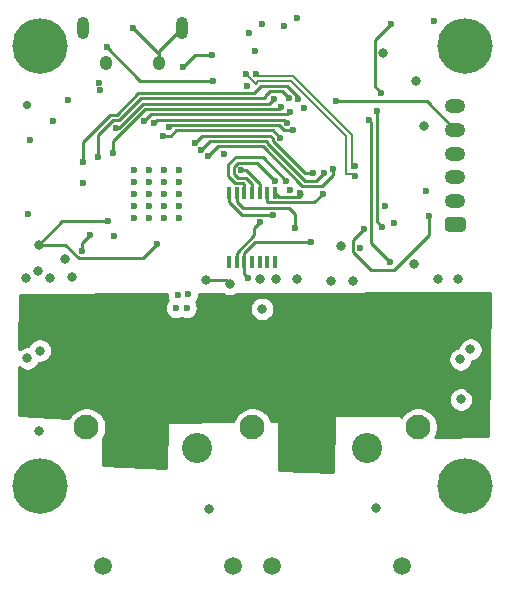
<source format=gbr>
%TF.GenerationSoftware,KiCad,Pcbnew,5.1.6-c6e7f7d~87~ubuntu19.10.1*%
%TF.CreationDate,2021-03-04T23:01:58-05:00*%
%TF.ProjectId,daedalus,64616564-616c-4757-932e-6b696361645f,v1.0*%
%TF.SameCoordinates,Original*%
%TF.FileFunction,Copper,L4,Bot*%
%TF.FilePolarity,Positive*%
%FSLAX46Y46*%
G04 Gerber Fmt 4.6, Leading zero omitted, Abs format (unit mm)*
G04 Created by KiCad (PCBNEW 5.1.6-c6e7f7d~87~ubuntu19.10.1) date 2021-03-04 23:01:58*
%MOMM*%
%LPD*%
G01*
G04 APERTURE LIST*
%TA.AperFunction,ComponentPad*%
%ADD10O,1.050000X1.250000*%
%TD*%
%TA.AperFunction,ComponentPad*%
%ADD11O,1.000000X1.900000*%
%TD*%
%TA.AperFunction,ComponentPad*%
%ADD12C,1.500000*%
%TD*%
%TA.AperFunction,ComponentPad*%
%ADD13C,2.550000*%
%TD*%
%TA.AperFunction,ComponentPad*%
%ADD14C,4.700000*%
%TD*%
%TA.AperFunction,ComponentPad*%
%ADD15O,1.750000X1.200000*%
%TD*%
%TA.AperFunction,SMDPad,CuDef*%
%ADD16R,0.304800X0.990600*%
%TD*%
%TA.AperFunction,ComponentPad*%
%ADD17C,2.100000*%
%TD*%
%TA.AperFunction,ViaPad*%
%ADD18C,0.600000*%
%TD*%
%TA.AperFunction,ViaPad*%
%ADD19C,0.800000*%
%TD*%
%TA.AperFunction,ViaPad*%
%ADD20C,0.700000*%
%TD*%
%TA.AperFunction,Conductor*%
%ADD21C,0.250000*%
%TD*%
%TA.AperFunction,Conductor*%
%ADD22C,0.200000*%
%TD*%
%TA.AperFunction,Conductor*%
%ADD23C,0.254000*%
%TD*%
G04 APERTURE END LIST*
D10*
%TO.P,J9,6*%
%TO.N,Net-(J9-Pad6)*%
X136047440Y-79865480D03*
X131597440Y-79865480D03*
D11*
X137997440Y-76865480D03*
X129647440Y-76865480D03*
%TD*%
D12*
%TO.P,U2,P$4*%
%TO.N,N/C*%
X145654140Y-122464880D03*
%TO.P,U2,P$3*%
X156654140Y-122464880D03*
D13*
%TO.P,U2,+*%
%TO.N,VIN*%
X148654140Y-112464880D03*
%TO.P,U2,-*%
%TO.N,BGND*%
X153654140Y-112464880D03*
%TD*%
%TO.P,U1,-*%
%TO.N,BGND*%
X139303140Y-112464880D03*
%TO.P,U1,+*%
%TO.N,VIN*%
X134303140Y-112464880D03*
D12*
%TO.P,U1,P$3*%
%TO.N,N/C*%
X142303140Y-122464880D03*
%TO.P,U1,P$4*%
X131303140Y-122464880D03*
%TD*%
D14*
%TO.P,H1,1*%
%TO.N,BGND*%
X125962120Y-115693200D03*
%TD*%
%TO.P,H2,1*%
%TO.N,BGND*%
X161955480Y-78422680D03*
%TD*%
%TO.P,H3,1*%
%TO.N,BGND*%
X161962120Y-115683040D03*
%TD*%
%TO.P,H4,1*%
%TO.N,BGND*%
X125958600Y-78412520D03*
%TD*%
%TO.P,SWD1,1*%
%TO.N,VDD*%
%TA.AperFunction,ComponentPad*%
G36*
G01*
X161752441Y-94138040D02*
X160502439Y-94138040D01*
G75*
G02*
X160252440Y-93888041I0J249999D01*
G01*
X160252440Y-93188039D01*
G75*
G02*
X160502439Y-92938040I249999J0D01*
G01*
X161752441Y-92938040D01*
G75*
G02*
X162002440Y-93188039I0J-249999D01*
G01*
X162002440Y-93888041D01*
G75*
G02*
X161752441Y-94138040I-249999J0D01*
G01*
G37*
%TD.AperFunction*%
D15*
%TO.P,SWD1,2*%
%TO.N,SWO*%
X161127440Y-91538040D03*
%TO.P,SWD1,3*%
%TO.N,SWDIO*%
X161127440Y-89538040D03*
%TO.P,SWD1,4*%
%TO.N,SWCLK*%
X161127440Y-87538040D03*
%TO.P,SWD1,5*%
%TO.N,NRST*%
X161127440Y-85538040D03*
%TO.P,SWD1,6*%
%TO.N,BGND*%
X161127440Y-83538040D03*
%TD*%
D16*
%TO.P,A1,1*%
%TO.N,SPI2_NSS*%
X141966400Y-90848840D03*
%TO.P,A1,2*%
%TO.N,SPI2_SCK*%
X142616400Y-90848840D03*
%TO.P,A1,3*%
%TO.N,SPI2_MISO*%
X143266400Y-90848840D03*
%TO.P,A1,4*%
%TO.N,SPI2_MOSI*%
X143916400Y-90848840D03*
%TO.P,A1,5*%
%TO.N,BGND*%
X144566400Y-90848840D03*
%TO.P,A1,6*%
%TO.N,ENC_B*%
X145216400Y-90848840D03*
%TO.P,A1,7*%
%TO.N,ENC_A*%
X145866400Y-90848840D03*
%TO.P,A1,8*%
%TO.N,Net-(A1-Pad8)*%
X145866400Y-96684440D03*
%TO.P,A1,9*%
%TO.N,N/C*%
X145216400Y-96684440D03*
%TO.P,A1,10*%
X144566400Y-96684440D03*
%TO.P,A1,11*%
%TO.N,Net-(A1-Pad11)*%
X143916400Y-96684440D03*
%TO.P,A1,12*%
%TO.N,VDD*%
X143266400Y-96684440D03*
%TO.P,A1,13*%
%TO.N,BGND*%
X142616400Y-96684440D03*
%TO.P,A1,14*%
%TO.N,Net-(A1-Pad14)*%
X141966400Y-96684440D03*
%TD*%
D17*
%TO.P,J5,P$1*%
%TO.N,N/C*%
X129910840Y-110698280D03*
%TD*%
%TO.P,J6,P$1*%
%TO.N,N/C*%
X143957040Y-110698280D03*
%TD*%
%TO.P,J7,P$1*%
%TO.N,N/C*%
X157977840Y-110698280D03*
%TD*%
D18*
%TO.N,NRST*%
X151013160Y-83124040D03*
%TO.N,LED_STATUS*%
X154873960Y-82377280D03*
X155676600Y-76535280D03*
%TO.N,+5V*%
X131648200Y-78546960D03*
X140649960Y-81381600D03*
%TO.N,SPI1_SCK*%
X135620760Y-84968080D03*
X146908520Y-84942680D03*
%TO.N,USB_D-*%
X144290600Y-80807560D03*
X152623520Y-88581680D03*
%TO.N,USB_D+*%
X143440600Y-80807560D03*
X152623520Y-89431680D03*
%TO.N,SPI1_MISO*%
X136870440Y-85293081D03*
X147435325Y-85544743D03*
%TO.N,SPI1_MOSI*%
X136352120Y-86029800D03*
X146293637Y-86180652D03*
D19*
%TO.N,BGND*%
X155051947Y-79028980D03*
D18*
X146639280Y-76728320D03*
X143007080Y-88940640D03*
X147759623Y-76039777D03*
X144800320Y-76545440D03*
X143499840Y-81772760D03*
X127045720Y-84805520D03*
X125156877Y-86429104D03*
X128305560Y-82961480D03*
X129621280Y-90048080D03*
X132222240Y-94538800D03*
X138104880Y-80182720D03*
X140528040Y-79202280D03*
X155940760Y-93441520D03*
X144607280Y-93369151D03*
X148315680Y-83677760D03*
X143637000Y-77332840D03*
X158658560Y-90708480D03*
X147158861Y-90594132D03*
X143007080Y-88940640D03*
D19*
X151434800Y-95351600D03*
X144602200Y-98196400D03*
X125958600Y-104216200D03*
X124917200Y-104876600D03*
X125882400Y-111048800D03*
X124815600Y-98044000D03*
X125831600Y-97459800D03*
X126796800Y-98044000D03*
X128676400Y-98018600D03*
X145923000Y-98160040D03*
X147777200Y-98160040D03*
X150622000Y-98292170D03*
X152512292Y-98289870D03*
X157607000Y-96850200D03*
X159689800Y-98145600D03*
X161391600Y-98120200D03*
X162419950Y-104114600D03*
X161569400Y-104952800D03*
X161620200Y-108356400D03*
X154406600Y-117576600D03*
X140258800Y-117627400D03*
X128092200Y-96443800D03*
D18*
X137464800Y-100609400D03*
X138531600Y-99441000D03*
X137668000Y-99542600D03*
X138404600Y-100609400D03*
X133964980Y-88945420D03*
X135229600Y-88945420D03*
X136499600Y-88945420D03*
X137769600Y-88945420D03*
X133964980Y-89961420D03*
X136499600Y-89961420D03*
X137769600Y-89961420D03*
X135229600Y-89961420D03*
X136499600Y-90977420D03*
X137769600Y-90977420D03*
X135229600Y-90977420D03*
X133964980Y-90977420D03*
X135229600Y-91993420D03*
X137769600Y-91993420D03*
X133964980Y-91993420D03*
X136499600Y-91993420D03*
X136499600Y-93009420D03*
X137769600Y-93009420D03*
X135229600Y-93009420D03*
X133964980Y-93009420D03*
X124942600Y-92659200D03*
D19*
%TO.N,VDD*%
X157781944Y-81399767D03*
D20*
X124907040Y-83428840D03*
D18*
X148920200Y-95050001D03*
X143621760Y-98100040D03*
X144185640Y-78861920D03*
X131003040Y-81524150D03*
X131028440Y-82184240D03*
X159298640Y-76296520D03*
X141589760Y-87543131D03*
X155209240Y-92005642D03*
X153111200Y-95549720D03*
D19*
X158470600Y-85242400D03*
X144780000Y-100685600D03*
D18*
%TO.N,VIN*%
X127609600Y-103174800D03*
D19*
X127736600Y-100634800D03*
X129794000Y-100711000D03*
X125933200Y-100812600D03*
X124891800Y-101473000D03*
X125882400Y-107543600D03*
X124891800Y-108280200D03*
X146634200Y-100863400D03*
X148539200Y-100838000D03*
X151384000Y-100863400D03*
X153492200Y-100838000D03*
X160533080Y-100533200D03*
X162419950Y-100838000D03*
X161544000Y-101549200D03*
X162419950Y-107492800D03*
X162419950Y-110779516D03*
X125857000Y-95275400D03*
D18*
X131697064Y-93257749D03*
X135864600Y-95199200D03*
X128625600Y-103174800D03*
X129641600Y-103174800D03*
X130657600Y-103174800D03*
X127609600Y-104013000D03*
X130657600Y-104013000D03*
X128625600Y-104013000D03*
X129641600Y-104013000D03*
X130657600Y-105029000D03*
X127609600Y-105029000D03*
X129641600Y-105029000D03*
X128625600Y-105029000D03*
X129641600Y-105968800D03*
X127609600Y-105968800D03*
X130657600Y-105968800D03*
X128625600Y-105968800D03*
X146253200Y-105943400D03*
X147269200Y-105003600D03*
X145237200Y-105943400D03*
X147269200Y-105943400D03*
X145237200Y-105003600D03*
X148285200Y-105943400D03*
X145237200Y-103149400D03*
X148285200Y-103987600D03*
X148285200Y-105003600D03*
X146253200Y-105003600D03*
X148285200Y-103149400D03*
X145237200Y-103987600D03*
X147269200Y-103987600D03*
X146253200Y-103149400D03*
X147269200Y-103149400D03*
X146253200Y-103987600D03*
X154025600Y-103987600D03*
X151993600Y-105943400D03*
X151993600Y-103987600D03*
X150977600Y-103149400D03*
X150977600Y-103987600D03*
X153009600Y-105943400D03*
X153009600Y-103149400D03*
X153009600Y-103987600D03*
X154025600Y-105003600D03*
X150977600Y-105943400D03*
X151993600Y-103149400D03*
X151993600Y-105003600D03*
X153009600Y-105003600D03*
X150977600Y-105003600D03*
X154025600Y-105943400D03*
X154025600Y-103149400D03*
%TO.N,SW*%
X129519680Y-95824040D03*
X130220720Y-94442280D03*
%TO.N,Net-(C20-Pad2)*%
X158897320Y-92801440D03*
X153407790Y-93913890D03*
%TO.N,Net-(J9-Pad6)*%
X133822440Y-76865480D03*
D19*
%TO.N,SPB*%
X140050440Y-98252280D03*
X142036800Y-98582480D03*
D18*
%TO.N,SPI2_MOSI*%
X145887440Y-89853538D03*
%TO.N,SPI2_MISO*%
X146801071Y-89823791D03*
%TO.N,SPI2_SCK*%
X147574000Y-93800000D03*
%TO.N,ENABLE*%
X132402377Y-85356497D03*
X145772793Y-82900499D03*
%TO.N,PWM_C*%
X129656198Y-88290400D03*
X147848320Y-82951320D03*
%TO.N,PWM_B*%
X130906199Y-87792560D03*
X147022793Y-82854800D03*
%TO.N,PWM_A*%
X132156200Y-87477600D03*
X146397793Y-83593071D03*
%TO.N,SPI1_NSS*%
X134782560Y-84785200D03*
X147157440Y-83987640D03*
%TO.N,SOA*%
X139126653Y-86623463D03*
X149098000Y-89209880D03*
%TO.N,SOB*%
X139624124Y-87249982D03*
X149989522Y-89217518D03*
%TO.N,SOC*%
X140226553Y-87776368D03*
X150750810Y-88837368D03*
%TO.N,CAN1_RX*%
X155647282Y-96742358D03*
X153857800Y-84705368D03*
%TO.N,CAN1_TX*%
X154970480Y-93720920D03*
X154482800Y-83947000D03*
%TO.N,ENC_B*%
X149909341Y-90957400D03*
%TO.N,ENC_A*%
X147950831Y-90858051D03*
%TO.N,SPI2_NSS*%
X145694400Y-92744151D03*
%TD*%
D21*
%TO.N,NRST*%
X158713440Y-83124040D02*
X151013160Y-83124040D01*
X161127440Y-85538040D02*
X158713440Y-83124040D01*
%TO.N,LED_STATUS*%
X154326946Y-77884934D02*
X155676600Y-76535280D01*
X154326946Y-81830266D02*
X154326946Y-77884934D01*
X154873960Y-82377280D02*
X154326946Y-81830266D01*
%TO.N,+5V*%
X134482840Y-81381600D02*
X140649960Y-81381600D01*
X131648200Y-78546960D02*
X134482840Y-81381600D01*
%TO.N,SPI1_SCK*%
X135920759Y-84668081D02*
X146603441Y-84668081D01*
X135620760Y-84968080D02*
X135920759Y-84668081D01*
X146878040Y-84942680D02*
X146908520Y-84942680D01*
X146603441Y-84668081D02*
X146878040Y-84942680D01*
D22*
%TO.N,USB_D-*%
X152423520Y-88781680D02*
X152623520Y-88581680D01*
X144290600Y-80807560D02*
X144290600Y-80950487D01*
X152423520Y-86002135D02*
X152423520Y-88781680D01*
X144290600Y-80950487D02*
X147371872Y-80950487D01*
X147371872Y-80950487D02*
X152423520Y-86002135D01*
%TO.N,USB_D+*%
X143440600Y-80807560D02*
X144252568Y-81619529D01*
X144252568Y-81619529D02*
X144471619Y-81400478D01*
X144471619Y-81400478D02*
X147185480Y-81400478D01*
X147185480Y-81400478D02*
X151864720Y-86079718D01*
X151864720Y-86079718D02*
X151864720Y-89231680D01*
X152423520Y-89231680D02*
X152623520Y-89431680D01*
X151864720Y-89231680D02*
X152423520Y-89231680D01*
D21*
%TO.N,SPI1_MISO*%
X136870440Y-85293081D02*
X137045430Y-85118091D01*
X137045430Y-85118091D02*
X146192240Y-85118091D01*
X147412387Y-85567681D02*
X147435325Y-85544743D01*
X146641830Y-85567681D02*
X147412387Y-85567681D01*
X146192240Y-85118091D02*
X146641830Y-85567681D01*
%TO.N,SPI1_MOSI*%
X136352120Y-86029800D02*
X137033742Y-86029800D01*
X137033742Y-86029800D02*
X137495441Y-85568101D01*
X145681086Y-85568101D02*
X146293637Y-86180652D01*
X137495441Y-85568101D02*
X145681086Y-85568101D01*
%TO.N,BGND*%
X142616400Y-95939140D02*
X144130540Y-94425000D01*
X142616400Y-96684440D02*
X142616400Y-95939140D01*
X139085320Y-79202280D02*
X140528040Y-79202280D01*
X138104880Y-80182720D02*
X139085320Y-79202280D01*
X143403500Y-88940640D02*
X143007080Y-88940640D01*
X144566400Y-90103540D02*
X143403500Y-88940640D01*
X144566400Y-90848840D02*
X144566400Y-90103540D01*
X144130540Y-93845891D02*
X144607280Y-93369151D01*
X144130540Y-94425000D02*
X144130540Y-93845891D01*
%TO.N,VDD*%
X144155539Y-95050001D02*
X148920200Y-95050001D01*
X143266400Y-95939140D02*
X144155539Y-95050001D01*
X143266400Y-96684440D02*
X143266400Y-95939140D01*
X143266400Y-97744680D02*
X143621760Y-98100040D01*
X143266400Y-96684440D02*
X143266400Y-97744680D01*
%TO.N,VIN*%
X127874651Y-93257749D02*
X131697064Y-93257749D01*
X125857000Y-95275400D02*
X127874651Y-93257749D01*
X129238879Y-96409041D02*
X134654759Y-96409041D01*
X128105238Y-95275400D02*
X129238879Y-96409041D01*
X134654759Y-96409041D02*
X135864600Y-95199200D01*
X125857000Y-95275400D02*
X128105238Y-95275400D01*
%TO.N,SW*%
X129519680Y-95143320D02*
X130220720Y-94442280D01*
X129519680Y-95824040D02*
X129519680Y-95143320D01*
%TO.N,Net-(C20-Pad2)*%
X152486199Y-95849721D02*
X152486199Y-94835481D01*
X154003837Y-97367359D02*
X152486199Y-95849721D01*
X152486199Y-94835481D02*
X153407790Y-93913890D01*
X155947283Y-97367359D02*
X154003837Y-97367359D01*
X158897320Y-94417322D02*
X155947283Y-97367359D01*
X158897320Y-92801440D02*
X158897320Y-94417322D01*
%TO.N,Net-(J9-Pad6)*%
X136047440Y-78815480D02*
X137997440Y-76865480D01*
X136047440Y-79865480D02*
X136047440Y-78815480D01*
X136047440Y-79090480D02*
X133822440Y-76865480D01*
X136047440Y-79865480D02*
X136047440Y-79090480D01*
%TO.N,SPB*%
X141706600Y-98252280D02*
X142036800Y-98582480D01*
X140050440Y-98252280D02*
X141706600Y-98252280D01*
%TO.N,SPI2_MOSI*%
X142382079Y-88640639D02*
X142707079Y-88315639D01*
X142382079Y-89240641D02*
X142382079Y-88640639D01*
X142707079Y-89565641D02*
X142382079Y-89240641D01*
X143378501Y-89565641D02*
X142707079Y-89565641D01*
X143916400Y-90103540D02*
X143378501Y-89565641D01*
X143916400Y-90848840D02*
X143916400Y-90103540D01*
X144349541Y-88315639D02*
X145887440Y-89853538D01*
X142707079Y-88315639D02*
X144349541Y-88315639D01*
%TO.N,SPI2_MISO*%
X141932070Y-88454238D02*
X142548028Y-87838280D01*
X142520678Y-90015650D02*
X141932069Y-89427041D01*
X141932069Y-89427041D02*
X141932070Y-88454238D01*
X143182931Y-90015651D02*
X142520678Y-90015650D01*
X143266400Y-90099120D02*
X143182931Y-90015651D01*
X143266400Y-90848840D02*
X143266400Y-90099120D01*
X144815560Y-87838280D02*
X146801071Y-89823791D01*
X142548028Y-87838280D02*
X144815560Y-87838280D01*
%TO.N,SPI2_SCK*%
X142616400Y-91594140D02*
X143141411Y-92119151D01*
X142616400Y-90848840D02*
X142616400Y-91594140D01*
X143141411Y-92119151D02*
X147044111Y-92119151D01*
X147574000Y-92649040D02*
X147574000Y-93800000D01*
X147044111Y-92119151D02*
X147574000Y-92649040D01*
%TO.N,ENABLE*%
X132402377Y-85356497D02*
X132649851Y-85356497D01*
X132649851Y-85356497D02*
X133775794Y-84230554D01*
X133775794Y-84230554D02*
X134688296Y-83318052D01*
X134688296Y-83318052D02*
X134688297Y-83318051D01*
X145355241Y-83318051D02*
X145772793Y-82900499D01*
X134688297Y-83318051D02*
X145355241Y-83318051D01*
%TO.N,PWM_C*%
X129656198Y-86541264D02*
X131943552Y-84253910D01*
X129656198Y-88290400D02*
X129656198Y-86541264D01*
X131943552Y-84253910D02*
X132479618Y-84253910D01*
X132479618Y-84253910D02*
X134315497Y-82418031D01*
X134315497Y-82418031D02*
X144055120Y-82418031D01*
X147848320Y-82755325D02*
X147848320Y-82951320D01*
X146918483Y-81825488D02*
X147848320Y-82755325D01*
X144647663Y-81825488D02*
X146918483Y-81825488D01*
X144055120Y-82418031D02*
X144647663Y-81825488D01*
%TO.N,PWM_B*%
X132129952Y-84703920D02*
X132666018Y-84703920D01*
X130906199Y-85927673D02*
X132129952Y-84703920D01*
X130906199Y-87792560D02*
X130906199Y-85927673D01*
X132666018Y-84703920D02*
X134501897Y-82868041D01*
X134501897Y-82868041D02*
X144241520Y-82868041D01*
X144241520Y-82868041D02*
X145054320Y-82868041D01*
X146443491Y-82275498D02*
X147022793Y-82854800D01*
X145472792Y-82275498D02*
X146443491Y-82275498D01*
X145054320Y-82693970D02*
X145472792Y-82275498D01*
X145054320Y-82868041D02*
X145054320Y-82693970D01*
%TO.N,PWM_A*%
X132156200Y-86486558D02*
X134874697Y-83768061D01*
X132156200Y-87477600D02*
X132156200Y-86486558D01*
X146222803Y-83768061D02*
X146397793Y-83593071D01*
X134874697Y-83768061D02*
X146222803Y-83768061D01*
%TO.N,SPI1_NSS*%
X134782560Y-84785200D02*
X135349689Y-84218071D01*
X146927009Y-84218071D02*
X147157440Y-83987640D01*
X135349689Y-84218071D02*
X146927009Y-84218071D01*
%TO.N,SOA*%
X139126653Y-86623463D02*
X139732005Y-86018111D01*
X139732005Y-86018111D02*
X145013680Y-86018111D01*
X145459191Y-86018111D02*
X145668636Y-86227556D01*
X145013680Y-86018111D02*
X145459191Y-86018111D01*
X148397863Y-89209880D02*
X149098000Y-89209880D01*
X145668636Y-86480653D02*
X148397863Y-89209880D01*
X145668636Y-86227556D02*
X145668636Y-86480653D01*
%TO.N,SOB*%
X139624124Y-87249982D02*
X140405985Y-86468121D01*
X145218626Y-86468121D02*
X145218627Y-86667054D01*
X140405985Y-86468121D02*
X145218626Y-86468121D01*
X149372159Y-89834881D02*
X149989522Y-89217518D01*
X148386454Y-89834881D02*
X149372159Y-89834881D01*
X145218627Y-86667054D02*
X148386454Y-89834881D01*
%TO.N,SOC*%
X140226553Y-87776368D02*
X141084790Y-86918131D01*
X144833294Y-86918131D02*
X148200053Y-90284890D01*
X141084790Y-86918131D02*
X144833294Y-86918131D01*
X150750810Y-89381232D02*
X150750810Y-88837368D01*
X149847152Y-90284890D02*
X150750810Y-89381232D01*
X148200053Y-90284890D02*
X149847152Y-90284890D01*
%TO.N,CAN1_RX*%
X155647282Y-96742358D02*
X154032790Y-95127866D01*
X154032790Y-84880358D02*
X153857800Y-84705368D01*
X154032790Y-95127866D02*
X154032790Y-84880358D01*
%TO.N,CAN1_TX*%
X154482800Y-93233240D02*
X154482800Y-83947000D01*
X154970480Y-93720920D02*
X154482800Y-93233240D01*
%TO.N,ENC_B*%
X149197600Y-91669141D02*
X149909341Y-90957400D01*
X145291401Y-91669141D02*
X149197600Y-91669141D01*
X145216400Y-91594140D02*
X145291401Y-91669141D01*
X145216400Y-90848840D02*
X145216400Y-91594140D01*
%TO.N,ENC_A*%
X147896468Y-91219132D02*
X148122640Y-90992960D01*
X146236692Y-91219132D02*
X147896468Y-91219132D01*
X145866400Y-90848840D02*
X146236692Y-91219132D01*
%TO.N,SPI2_NSS*%
X143116411Y-92744151D02*
X145694400Y-92744151D01*
X141966400Y-91594140D02*
X143116411Y-92744151D01*
X141966400Y-90848840D02*
X141966400Y-91594140D01*
%TD*%
D23*
%TO.N,VIN*%
G36*
X163902856Y-111447105D02*
G01*
X159454619Y-111521045D01*
X159471068Y-111496427D01*
X159598086Y-111189776D01*
X159662840Y-110864238D01*
X159662840Y-110532322D01*
X159598086Y-110206784D01*
X159471068Y-109900133D01*
X159286665Y-109624155D01*
X159051965Y-109389455D01*
X158775987Y-109205052D01*
X158469336Y-109078034D01*
X158143798Y-109013280D01*
X157811882Y-109013280D01*
X157486344Y-109078034D01*
X157179693Y-109205052D01*
X156903715Y-109389455D01*
X156669015Y-109624155D01*
X156514800Y-109854954D01*
X156514800Y-109773720D01*
X156512360Y-109748944D01*
X156505133Y-109725119D01*
X156493397Y-109703163D01*
X156477603Y-109683917D01*
X156458357Y-109668123D01*
X156436401Y-109656387D01*
X156412576Y-109649160D01*
X156386486Y-109646727D01*
X150986446Y-109702607D01*
X150961696Y-109705303D01*
X150937948Y-109712776D01*
X150916114Y-109724739D01*
X150897033Y-109740731D01*
X150881439Y-109760139D01*
X150869931Y-109782216D01*
X150862951Y-109806114D01*
X150860776Y-109827569D01*
X150786621Y-114464709D01*
X146218240Y-114358804D01*
X146237959Y-110267092D01*
X146235638Y-110242304D01*
X146228526Y-110218445D01*
X146216895Y-110196432D01*
X146201194Y-110177111D01*
X146182025Y-110161225D01*
X146160126Y-110149383D01*
X146136336Y-110142041D01*
X146109491Y-110139488D01*
X145552081Y-110145934D01*
X145450268Y-109900133D01*
X145265865Y-109624155D01*
X145031165Y-109389455D01*
X144755187Y-109205052D01*
X144448536Y-109078034D01*
X144122998Y-109013280D01*
X143791082Y-109013280D01*
X143465544Y-109078034D01*
X143158893Y-109205052D01*
X142882915Y-109389455D01*
X142648215Y-109624155D01*
X142463812Y-109900133D01*
X142346645Y-110183001D01*
X136884211Y-110246168D01*
X136859465Y-110248895D01*
X136835726Y-110256397D01*
X136813906Y-110268386D01*
X136794845Y-110284402D01*
X136779275Y-110303828D01*
X136767793Y-110325919D01*
X136760842Y-110349825D01*
X136758726Y-110369729D01*
X136655541Y-114187556D01*
X131338320Y-113944982D01*
X131338320Y-111594826D01*
X131404068Y-111496427D01*
X131531086Y-111189776D01*
X131595840Y-110864238D01*
X131595840Y-110532322D01*
X131531086Y-110206784D01*
X131404068Y-109900133D01*
X131219665Y-109624155D01*
X130984965Y-109389455D01*
X130708987Y-109205052D01*
X130402336Y-109078034D01*
X130076798Y-109013280D01*
X129744882Y-109013280D01*
X129419344Y-109078034D01*
X129112693Y-109205052D01*
X128836715Y-109389455D01*
X128602015Y-109624155D01*
X128417612Y-109900133D01*
X128415742Y-109904646D01*
X124186498Y-109634311D01*
X124195944Y-108254461D01*
X160585200Y-108254461D01*
X160585200Y-108458339D01*
X160624974Y-108658298D01*
X160702995Y-108846656D01*
X160816263Y-109016174D01*
X160960426Y-109160337D01*
X161129944Y-109273605D01*
X161318302Y-109351626D01*
X161518261Y-109391400D01*
X161722139Y-109391400D01*
X161922098Y-109351626D01*
X162110456Y-109273605D01*
X162279974Y-109160337D01*
X162424137Y-109016174D01*
X162537405Y-108846656D01*
X162615426Y-108658298D01*
X162655200Y-108458339D01*
X162655200Y-108254461D01*
X162615426Y-108054502D01*
X162537405Y-107866144D01*
X162424137Y-107696626D01*
X162279974Y-107552463D01*
X162110456Y-107439195D01*
X161922098Y-107361174D01*
X161722139Y-107321400D01*
X161518261Y-107321400D01*
X161318302Y-107361174D01*
X161129944Y-107439195D01*
X160960426Y-107552463D01*
X160816263Y-107696626D01*
X160702995Y-107866144D01*
X160624974Y-108054502D01*
X160585200Y-108254461D01*
X124195944Y-108254461D01*
X124213864Y-105636975D01*
X124257426Y-105680537D01*
X124426944Y-105793805D01*
X124615302Y-105871826D01*
X124815261Y-105911600D01*
X125019139Y-105911600D01*
X125219098Y-105871826D01*
X125407456Y-105793805D01*
X125576974Y-105680537D01*
X125721137Y-105536374D01*
X125834405Y-105366856D01*
X125882312Y-105251200D01*
X126060539Y-105251200D01*
X126260498Y-105211426D01*
X126448856Y-105133405D01*
X126618374Y-105020137D01*
X126762537Y-104875974D01*
X126779316Y-104850861D01*
X160534400Y-104850861D01*
X160534400Y-105054739D01*
X160574174Y-105254698D01*
X160652195Y-105443056D01*
X160765463Y-105612574D01*
X160909626Y-105756737D01*
X161079144Y-105870005D01*
X161267502Y-105948026D01*
X161467461Y-105987800D01*
X161671339Y-105987800D01*
X161871298Y-105948026D01*
X162059656Y-105870005D01*
X162229174Y-105756737D01*
X162373337Y-105612574D01*
X162486605Y-105443056D01*
X162564626Y-105254698D01*
X162588153Y-105136419D01*
X162721848Y-105109826D01*
X162910206Y-105031805D01*
X163079724Y-104918537D01*
X163223887Y-104774374D01*
X163337155Y-104604856D01*
X163415176Y-104416498D01*
X163454950Y-104216539D01*
X163454950Y-104012661D01*
X163415176Y-103812702D01*
X163337155Y-103624344D01*
X163223887Y-103454826D01*
X163079724Y-103310663D01*
X162910206Y-103197395D01*
X162721848Y-103119374D01*
X162521889Y-103079600D01*
X162318011Y-103079600D01*
X162118052Y-103119374D01*
X161929694Y-103197395D01*
X161760176Y-103310663D01*
X161616013Y-103454826D01*
X161502745Y-103624344D01*
X161424724Y-103812702D01*
X161401197Y-103930981D01*
X161267502Y-103957574D01*
X161079144Y-104035595D01*
X160909626Y-104148863D01*
X160765463Y-104293026D01*
X160652195Y-104462544D01*
X160574174Y-104650902D01*
X160534400Y-104850861D01*
X126779316Y-104850861D01*
X126875805Y-104706456D01*
X126953826Y-104518098D01*
X126993600Y-104318139D01*
X126993600Y-104114261D01*
X126953826Y-103914302D01*
X126875805Y-103725944D01*
X126762537Y-103556426D01*
X126618374Y-103412263D01*
X126448856Y-103298995D01*
X126260498Y-103220974D01*
X126060539Y-103181200D01*
X125856661Y-103181200D01*
X125656702Y-103220974D01*
X125468344Y-103298995D01*
X125298826Y-103412263D01*
X125154663Y-103556426D01*
X125041395Y-103725944D01*
X124993488Y-103841600D01*
X124815261Y-103841600D01*
X124615302Y-103881374D01*
X124426944Y-103959395D01*
X124257426Y-104072663D01*
X124224346Y-104105743D01*
X124255936Y-99491385D01*
X136733050Y-99450259D01*
X136733000Y-99450511D01*
X136733000Y-99634689D01*
X136768932Y-99815329D01*
X136818035Y-99933875D01*
X136738538Y-100013372D01*
X136636214Y-100166511D01*
X136565732Y-100336671D01*
X136529800Y-100517311D01*
X136529800Y-100701489D01*
X136565732Y-100882129D01*
X136636214Y-101052289D01*
X136738538Y-101205428D01*
X136868772Y-101335662D01*
X137021911Y-101437986D01*
X137192071Y-101508468D01*
X137372711Y-101544400D01*
X137556889Y-101544400D01*
X137737529Y-101508468D01*
X137907689Y-101437986D01*
X137934700Y-101419938D01*
X137961711Y-101437986D01*
X138131871Y-101508468D01*
X138312511Y-101544400D01*
X138496689Y-101544400D01*
X138677329Y-101508468D01*
X138847489Y-101437986D01*
X139000628Y-101335662D01*
X139130862Y-101205428D01*
X139233186Y-101052289D01*
X139303668Y-100882129D01*
X139339600Y-100701489D01*
X139339600Y-100583661D01*
X143745000Y-100583661D01*
X143745000Y-100787539D01*
X143784774Y-100987498D01*
X143862795Y-101175856D01*
X143976063Y-101345374D01*
X144120226Y-101489537D01*
X144289744Y-101602805D01*
X144478102Y-101680826D01*
X144678061Y-101720600D01*
X144881939Y-101720600D01*
X145081898Y-101680826D01*
X145270256Y-101602805D01*
X145439774Y-101489537D01*
X145583937Y-101345374D01*
X145697205Y-101175856D01*
X145775226Y-100987498D01*
X145815000Y-100787539D01*
X145815000Y-100583661D01*
X145775226Y-100383702D01*
X145697205Y-100195344D01*
X145583937Y-100025826D01*
X145439774Y-99881663D01*
X145270256Y-99768395D01*
X145081898Y-99690374D01*
X144881939Y-99650600D01*
X144678061Y-99650600D01*
X144478102Y-99690374D01*
X144289744Y-99768395D01*
X144120226Y-99881663D01*
X143976063Y-100025826D01*
X143862795Y-100195344D01*
X143784774Y-100383702D01*
X143745000Y-100583661D01*
X139339600Y-100583661D01*
X139339600Y-100517311D01*
X139303668Y-100336671D01*
X139233186Y-100166511D01*
X139191206Y-100103684D01*
X139257862Y-100037028D01*
X139360186Y-99883889D01*
X139430668Y-99713729D01*
X139466600Y-99533089D01*
X139466600Y-99441248D01*
X141449306Y-99434713D01*
X141546544Y-99499685D01*
X141734902Y-99577706D01*
X141934861Y-99617480D01*
X142138739Y-99617480D01*
X142338698Y-99577706D01*
X142527056Y-99499685D01*
X142630119Y-99430821D01*
X164072043Y-99360145D01*
X163902856Y-111447105D01*
G37*
X163902856Y-111447105D02*
X159454619Y-111521045D01*
X159471068Y-111496427D01*
X159598086Y-111189776D01*
X159662840Y-110864238D01*
X159662840Y-110532322D01*
X159598086Y-110206784D01*
X159471068Y-109900133D01*
X159286665Y-109624155D01*
X159051965Y-109389455D01*
X158775987Y-109205052D01*
X158469336Y-109078034D01*
X158143798Y-109013280D01*
X157811882Y-109013280D01*
X157486344Y-109078034D01*
X157179693Y-109205052D01*
X156903715Y-109389455D01*
X156669015Y-109624155D01*
X156514800Y-109854954D01*
X156514800Y-109773720D01*
X156512360Y-109748944D01*
X156505133Y-109725119D01*
X156493397Y-109703163D01*
X156477603Y-109683917D01*
X156458357Y-109668123D01*
X156436401Y-109656387D01*
X156412576Y-109649160D01*
X156386486Y-109646727D01*
X150986446Y-109702607D01*
X150961696Y-109705303D01*
X150937948Y-109712776D01*
X150916114Y-109724739D01*
X150897033Y-109740731D01*
X150881439Y-109760139D01*
X150869931Y-109782216D01*
X150862951Y-109806114D01*
X150860776Y-109827569D01*
X150786621Y-114464709D01*
X146218240Y-114358804D01*
X146237959Y-110267092D01*
X146235638Y-110242304D01*
X146228526Y-110218445D01*
X146216895Y-110196432D01*
X146201194Y-110177111D01*
X146182025Y-110161225D01*
X146160126Y-110149383D01*
X146136336Y-110142041D01*
X146109491Y-110139488D01*
X145552081Y-110145934D01*
X145450268Y-109900133D01*
X145265865Y-109624155D01*
X145031165Y-109389455D01*
X144755187Y-109205052D01*
X144448536Y-109078034D01*
X144122998Y-109013280D01*
X143791082Y-109013280D01*
X143465544Y-109078034D01*
X143158893Y-109205052D01*
X142882915Y-109389455D01*
X142648215Y-109624155D01*
X142463812Y-109900133D01*
X142346645Y-110183001D01*
X136884211Y-110246168D01*
X136859465Y-110248895D01*
X136835726Y-110256397D01*
X136813906Y-110268386D01*
X136794845Y-110284402D01*
X136779275Y-110303828D01*
X136767793Y-110325919D01*
X136760842Y-110349825D01*
X136758726Y-110369729D01*
X136655541Y-114187556D01*
X131338320Y-113944982D01*
X131338320Y-111594826D01*
X131404068Y-111496427D01*
X131531086Y-111189776D01*
X131595840Y-110864238D01*
X131595840Y-110532322D01*
X131531086Y-110206784D01*
X131404068Y-109900133D01*
X131219665Y-109624155D01*
X130984965Y-109389455D01*
X130708987Y-109205052D01*
X130402336Y-109078034D01*
X130076798Y-109013280D01*
X129744882Y-109013280D01*
X129419344Y-109078034D01*
X129112693Y-109205052D01*
X128836715Y-109389455D01*
X128602015Y-109624155D01*
X128417612Y-109900133D01*
X128415742Y-109904646D01*
X124186498Y-109634311D01*
X124195944Y-108254461D01*
X160585200Y-108254461D01*
X160585200Y-108458339D01*
X160624974Y-108658298D01*
X160702995Y-108846656D01*
X160816263Y-109016174D01*
X160960426Y-109160337D01*
X161129944Y-109273605D01*
X161318302Y-109351626D01*
X161518261Y-109391400D01*
X161722139Y-109391400D01*
X161922098Y-109351626D01*
X162110456Y-109273605D01*
X162279974Y-109160337D01*
X162424137Y-109016174D01*
X162537405Y-108846656D01*
X162615426Y-108658298D01*
X162655200Y-108458339D01*
X162655200Y-108254461D01*
X162615426Y-108054502D01*
X162537405Y-107866144D01*
X162424137Y-107696626D01*
X162279974Y-107552463D01*
X162110456Y-107439195D01*
X161922098Y-107361174D01*
X161722139Y-107321400D01*
X161518261Y-107321400D01*
X161318302Y-107361174D01*
X161129944Y-107439195D01*
X160960426Y-107552463D01*
X160816263Y-107696626D01*
X160702995Y-107866144D01*
X160624974Y-108054502D01*
X160585200Y-108254461D01*
X124195944Y-108254461D01*
X124213864Y-105636975D01*
X124257426Y-105680537D01*
X124426944Y-105793805D01*
X124615302Y-105871826D01*
X124815261Y-105911600D01*
X125019139Y-105911600D01*
X125219098Y-105871826D01*
X125407456Y-105793805D01*
X125576974Y-105680537D01*
X125721137Y-105536374D01*
X125834405Y-105366856D01*
X125882312Y-105251200D01*
X126060539Y-105251200D01*
X126260498Y-105211426D01*
X126448856Y-105133405D01*
X126618374Y-105020137D01*
X126762537Y-104875974D01*
X126779316Y-104850861D01*
X160534400Y-104850861D01*
X160534400Y-105054739D01*
X160574174Y-105254698D01*
X160652195Y-105443056D01*
X160765463Y-105612574D01*
X160909626Y-105756737D01*
X161079144Y-105870005D01*
X161267502Y-105948026D01*
X161467461Y-105987800D01*
X161671339Y-105987800D01*
X161871298Y-105948026D01*
X162059656Y-105870005D01*
X162229174Y-105756737D01*
X162373337Y-105612574D01*
X162486605Y-105443056D01*
X162564626Y-105254698D01*
X162588153Y-105136419D01*
X162721848Y-105109826D01*
X162910206Y-105031805D01*
X163079724Y-104918537D01*
X163223887Y-104774374D01*
X163337155Y-104604856D01*
X163415176Y-104416498D01*
X163454950Y-104216539D01*
X163454950Y-104012661D01*
X163415176Y-103812702D01*
X163337155Y-103624344D01*
X163223887Y-103454826D01*
X163079724Y-103310663D01*
X162910206Y-103197395D01*
X162721848Y-103119374D01*
X162521889Y-103079600D01*
X162318011Y-103079600D01*
X162118052Y-103119374D01*
X161929694Y-103197395D01*
X161760176Y-103310663D01*
X161616013Y-103454826D01*
X161502745Y-103624344D01*
X161424724Y-103812702D01*
X161401197Y-103930981D01*
X161267502Y-103957574D01*
X161079144Y-104035595D01*
X160909626Y-104148863D01*
X160765463Y-104293026D01*
X160652195Y-104462544D01*
X160574174Y-104650902D01*
X160534400Y-104850861D01*
X126779316Y-104850861D01*
X126875805Y-104706456D01*
X126953826Y-104518098D01*
X126993600Y-104318139D01*
X126993600Y-104114261D01*
X126953826Y-103914302D01*
X126875805Y-103725944D01*
X126762537Y-103556426D01*
X126618374Y-103412263D01*
X126448856Y-103298995D01*
X126260498Y-103220974D01*
X126060539Y-103181200D01*
X125856661Y-103181200D01*
X125656702Y-103220974D01*
X125468344Y-103298995D01*
X125298826Y-103412263D01*
X125154663Y-103556426D01*
X125041395Y-103725944D01*
X124993488Y-103841600D01*
X124815261Y-103841600D01*
X124615302Y-103881374D01*
X124426944Y-103959395D01*
X124257426Y-104072663D01*
X124224346Y-104105743D01*
X124255936Y-99491385D01*
X136733050Y-99450259D01*
X136733000Y-99450511D01*
X136733000Y-99634689D01*
X136768932Y-99815329D01*
X136818035Y-99933875D01*
X136738538Y-100013372D01*
X136636214Y-100166511D01*
X136565732Y-100336671D01*
X136529800Y-100517311D01*
X136529800Y-100701489D01*
X136565732Y-100882129D01*
X136636214Y-101052289D01*
X136738538Y-101205428D01*
X136868772Y-101335662D01*
X137021911Y-101437986D01*
X137192071Y-101508468D01*
X137372711Y-101544400D01*
X137556889Y-101544400D01*
X137737529Y-101508468D01*
X137907689Y-101437986D01*
X137934700Y-101419938D01*
X137961711Y-101437986D01*
X138131871Y-101508468D01*
X138312511Y-101544400D01*
X138496689Y-101544400D01*
X138677329Y-101508468D01*
X138847489Y-101437986D01*
X139000628Y-101335662D01*
X139130862Y-101205428D01*
X139233186Y-101052289D01*
X139303668Y-100882129D01*
X139339600Y-100701489D01*
X139339600Y-100583661D01*
X143745000Y-100583661D01*
X143745000Y-100787539D01*
X143784774Y-100987498D01*
X143862795Y-101175856D01*
X143976063Y-101345374D01*
X144120226Y-101489537D01*
X144289744Y-101602805D01*
X144478102Y-101680826D01*
X144678061Y-101720600D01*
X144881939Y-101720600D01*
X145081898Y-101680826D01*
X145270256Y-101602805D01*
X145439774Y-101489537D01*
X145583937Y-101345374D01*
X145697205Y-101175856D01*
X145775226Y-100987498D01*
X145815000Y-100787539D01*
X145815000Y-100583661D01*
X145775226Y-100383702D01*
X145697205Y-100195344D01*
X145583937Y-100025826D01*
X145439774Y-99881663D01*
X145270256Y-99768395D01*
X145081898Y-99690374D01*
X144881939Y-99650600D01*
X144678061Y-99650600D01*
X144478102Y-99690374D01*
X144289744Y-99768395D01*
X144120226Y-99881663D01*
X143976063Y-100025826D01*
X143862795Y-100195344D01*
X143784774Y-100383702D01*
X143745000Y-100583661D01*
X139339600Y-100583661D01*
X139339600Y-100517311D01*
X139303668Y-100336671D01*
X139233186Y-100166511D01*
X139191206Y-100103684D01*
X139257862Y-100037028D01*
X139360186Y-99883889D01*
X139430668Y-99713729D01*
X139466600Y-99533089D01*
X139466600Y-99441248D01*
X141449306Y-99434713D01*
X141546544Y-99499685D01*
X141734902Y-99577706D01*
X141934861Y-99617480D01*
X142138739Y-99617480D01*
X142338698Y-99577706D01*
X142527056Y-99499685D01*
X142630119Y-99430821D01*
X164072043Y-99360145D01*
X163902856Y-111447105D01*
%TD*%
M02*

</source>
